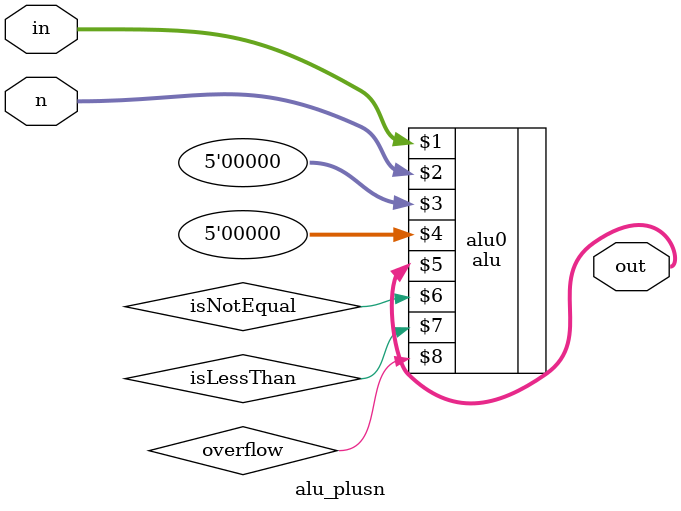
<source format=v>
module alu_plusn(in, n, out);

    input  [31:0] in, n;
    output [31:0] out;
    wire isNotEqual, isLessThan, overflow;

    alu alu0(in, n, 5'b00000, 5'b00000, out, isNotEqual,
        isLessThan, overflow);

endmodule

</source>
